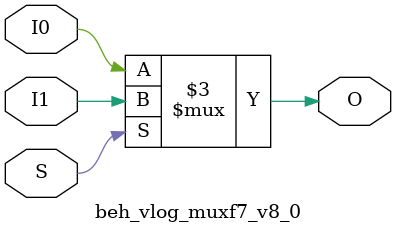
<source format=v>
module beh_vlog_muxf7_v8_0 (O, I0, I1, S);
    output O;
    reg    O;
    input  I0, I1, S;
	always @(I0 or I1 or S) 
	    if (S)
		O = I1;
	    else
		O = I0;
endmodule
</source>
